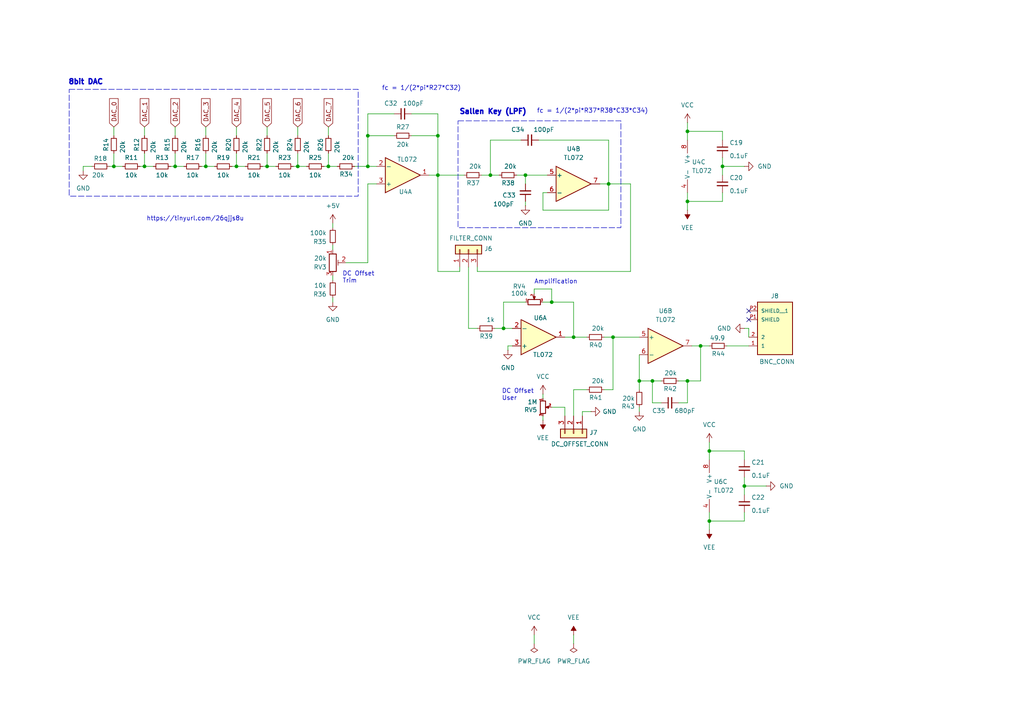
<source format=kicad_sch>
(kicad_sch (version 20231120) (generator "eeschema") (generator_version "8.0")
  (paper "A4")
  (title_block (title "Analog Output") (date "2024-04-07") (rev "1.0") (company "EngrEDU"))
  (lib_symbols
    (symbol "Amplifier_Operational:TL072" (pin_names (offset 0.127))
      (property "Reference" "U" (at 0 5.08 0))
      (property "Value" "TL072" (at 0 -5.08 0))
      (symbol "TL072_1_1"
        (polyline (pts (xy -5.08 5.08) (xy 5.08 0) (xy -5.08 -5.08) (xy -5.08 5.08)) (stroke (width 0.254)) (fill (type background)))
        (pin output line (at 7.62 0 180) (length 2.54) (name "~") (number "1"))
        (pin input line (at -7.62 -2.54 0) (length 2.54) (name "-") (number "2"))
        (pin input line (at -7.62 2.54 0) (length 2.54) (name "+") (number "3"))
      )
      (symbol "TL072_2_1"
        (polyline (pts (xy -5.08 5.08) (xy 5.08 0) (xy -5.08 -5.08) (xy -5.08 5.08)) (stroke (width 0.254)) (fill (type background)))
        (pin input line (at -7.62 2.54 0) (length 2.54) (name "+") (number "5"))
        (pin input line (at -7.62 -2.54 0) (length 2.54) (name "-") (number "6"))
        (pin output line (at 7.62 0 180) (length 2.54) (name "~") (number "7"))
      )
      (symbol "TL072_3_1"
        (pin power_in line (at -2.54 -7.62 90) (length 3.81) (name "V-") (number "4"))
        (pin power_in line (at -2.54 7.62 270) (length 3.81) (name "V+") (number "8"))
      )
    )
    (symbol "BNC_RightAngle_50ohm:1-1337543-0" (pin_names (offset 1.016))
      (property "Reference" "J" (at -5.0851 5.7208 0))
      (property "Value" "1-1337543-0" (at -5.0825 -12.705 0))
      (symbol "1-1337543-0_0_0"
        (rectangle (start -5.08 -10.16) (end 5.08 5.08) (stroke (width 0.254)) (fill (type background)))
        (pin passive line (at 7.62 2.54 180) (length 2.54) (name "1") (number "1"))
        (pin passive line (at 7.62 0 180) (length 2.54) (name "2") (number "2"))
        (pin passive line (at 7.62 -5.08 180) (length 2.54) (name "SHIELD") (number "P1"))
        (pin passive line (at 7.62 -7.62 180) (length 2.54) (name "SHIELD__1") (number "P2"))
      )
    )
    (symbol "Connector_Generic:Conn_01x03" (pin_names (offset 1.016) hide)
      (property "Reference" "J" (at 0 5.08 0))
      (property "Value" "Conn_01x03" (at 0 -5.08 0))
      (symbol "Conn_01x03_1_1"
        (rectangle (start -1.27 -2.413) (end 0 -2.667) (stroke (width 0.1524)))
        (rectangle (start -1.27 0.127) (end 0 -0.127) (stroke (width 0.1524)))
        (rectangle (start -1.27 2.667) (end 0 2.413) (stroke (width 0.1524)))
        (rectangle (start -1.27 3.81) (end 1.27 -3.81) (stroke (width 0.254)) (fill (type background)))
        (pin passive line (at -5.08 2.54 0) (length 3.81) (name "Pin_1") (number "1"))
        (pin passive line (at -5.08 0 0) (length 3.81) (name "Pin_2") (number "2"))
        (pin passive line (at -5.08 -2.54 0) (length 3.81) (name "Pin_3") (number "3"))
      )
    )
    (symbol "Device:C_Small" (pin_numbers hide) (pin_names (offset 0.254) hide)
      (property "Reference" "C" (at 0.254 1.778 0))
      (property "Value" "C_Small" (at 0.254 -2.032 0))
      (symbol "C_Small_0_1"
        (polyline (pts (xy -1.524 -0.508) (xy 1.524 -0.508)) (stroke (width 0.3302)))
        (polyline (pts (xy -1.524 0.508) (xy 1.524 0.508)) (stroke (width 0.3048)))
      )
      (symbol "C_Small_1_1"
        (pin passive line (at 0 2.54 270) (length 2.032) (name "~") (number "1"))
        (pin passive line (at 0 -2.54 90) (length 2.032) (name "~") (number "2"))
      )
    )
    (symbol "Device:R_Potentiometer_Small" (pin_names (offset 1.016) hide)
      (property "Reference" "RV" (at -4.445 0 90))
      (property "Value" "R_Potentiometer_Small" (at -2.54 0 90))
      (symbol "R_Potentiometer_Small_0_1"
        (polyline (pts (xy 0.889 0) (xy 0.635 0) (xy 1.651 0.381) (xy 1.651 -0.381) (xy 0.635 0) (xy 0.889 0)) (fill (type outline)))
        (rectangle (start 0.762 1.8034) (end -0.762 -1.8034) (stroke (width 0.254)))
      )
      (symbol "R_Potentiometer_Small_1_1"
        (pin passive line (at 0 2.54 270) (length 0.635) (name "1") (number "1"))
        (pin passive line (at 2.54 0 180) (length 0.9906) (name "2") (number "2"))
        (pin passive line (at 0 -2.54 90) (length 0.635) (name "3") (number "3"))
      )
    )
    (symbol "Device:R_Potentiometer_Trim" (pin_names (offset 1.016) hide)
      (property "Reference" "RV" (at -4.445 0 90))
      (property "Value" "R_Potentiometer_Trim" (at -2.54 0 90))
      (symbol "R_Potentiometer_Trim_0_1"
        (polyline (pts (xy 1.524 0.762) (xy 1.524 -0.762)))
        (polyline (pts (xy 2.54 0) (xy 1.524 0)))
        (rectangle (start 1.016 2.54) (end -1.016 -2.54) (stroke (width 0.254)))
      )
      (symbol "R_Potentiometer_Trim_1_1"
        (pin passive line (at 0 3.81 270) (length 1.27) (name "1") (number "1"))
        (pin passive line (at 3.81 0 180) (length 1.27) (name "2") (number "2"))
        (pin passive line (at 0 -3.81 90) (length 1.27) (name "3") (number "3"))
      )
    )
    (symbol "Device:R_Small" (pin_numbers hide) (pin_names (offset 0.254) hide)
      (property "Reference" "R" (at 0.762 0.508 0))
      (property "Value" "R_Small" (at 0.762 -1.016 0))
      (symbol "R_Small_0_1"
        (rectangle (start -0.762 1.778) (end 0.762 -1.778) (stroke (width 0.2032)))
      )
      (symbol "R_Small_1_1"
        (pin passive line (at 0 2.54 270) (length 0.762) (name "~") (number "1"))
        (pin passive line (at 0 -2.54 90) (length 0.762) (name "~") (number "2"))
      )
    )
    (symbol "power:+5V" (power) (pin_numbers hide) (pin_names (offset 0) hide)
      (property "Value" "+5V" (at 0 3.556 0))
      (symbol "+5V_0_1"
        (polyline (pts (xy -0.762 1.27) (xy 0 2.54)))
        (polyline (pts (xy 0 0) (xy 0 2.54)))
        (polyline (pts (xy 0 2.54) (xy 0.762 1.27)))
      )
      (symbol "+5V_1_1"
        (pin power_in line (at 0 0 90) (length 0) (name "~") (number "1"))
      )
    )
    (symbol "power:GND" (power) (pin_numbers hide) (pin_names (offset 0) hide)
      (property "Value" "GND" (at 0 -3.81 0))
      (symbol "GND_0_1"
        (polyline (pts (xy 0 0) (xy 0 -1.27) (xy 1.27 -1.27) (xy 0 -2.54) (xy -1.27 -1.27) (xy 0 -1.27)))
      )
      (symbol "GND_1_1"
        (pin power_in line (at 0 0 270) (length 0) (name "~") (number "1"))
      )
    )
    (symbol "power:PWR_FLAG" (power) (pin_numbers hide) (pin_names (offset 0) hide)
      (property "Value" "PWR_FLAG" (at 0 3.81 0))
      (symbol "PWR_FLAG_0_0"
        (pin power_out line (at 0 0 90) (length 0) (name "~") (number "1"))
      )
      (symbol "PWR_FLAG_0_1"
        (polyline (pts (xy 0 0) (xy 0 1.27) (xy -1.016 1.905) (xy 0 2.54) (xy 1.016 1.905) (xy 0 1.27)))
      )
    )
    (symbol "power:VCC" (power) (pin_numbers hide) (pin_names (offset 0) hide)
      (property "Value" "VCC" (at 0 3.556 0))
      (symbol "VCC_0_1"
        (polyline (pts (xy -0.762 1.27) (xy 0 2.54)))
        (polyline (pts (xy 0 0) (xy 0 2.54)))
        (polyline (pts (xy 0 2.54) (xy 0.762 1.27)))
      )
      (symbol "VCC_1_1"
        (pin power_in line (at 0 0 90) (length 0) (name "~") (number "1"))
      )
    )
    (symbol "power:VEE" (power) (pin_numbers hide) (pin_names (offset 0) hide)
      (property "Value" "VEE" (at 0 3.556 0))
      (symbol "VEE_0_1"
        (polyline (pts (xy 0 0) (xy 0 2.54)))
        (polyline (pts (xy 0.762 1.27) (xy -0.762 1.27) (xy 0 2.54) (xy 0.762 1.27)) (fill (type outline)))
      )
      (symbol "VEE_1_1"
        (pin power_in line (at 0 0 90) (length 0) (name "~") (number "1"))
      )
    )
  )
  (junction (at 50.8 48.26))
  (junction (at 33.02 48.26))
  (junction (at 127 50.8))
  (junction (at 77.47 48.26))
  (junction (at 205.74 151.13))
  (junction (at 177.8 97.79))
  (junction (at 166.37 97.79))
  (junction (at 215.9 140.97))
  (junction (at 95.25 48.26))
  (junction (at 203.2 100.33))
  (junction (at 205.74 130.81))
  (junction (at 189.23 110.49))
  (junction (at 68.58 48.26))
  (junction (at 127 39.37))
  (junction (at 59.69 48.26))
  (junction (at 106.68 48.26))
  (junction (at 160.02 87.63))
  (junction (at 41.91 48.26))
  (junction (at 86.36 48.26))
  (junction (at 199.39 110.49))
  (junction (at 209.55 48.26))
  (junction (at 142.24 50.8))
  (junction (at 185.42 110.49))
  (junction (at 199.39 58.42))
  (junction (at 106.68 39.37))
  (junction (at 199.39 38.1))
  (junction (at 152.4 50.8))
  (junction (at 146.05 95.25))
  (junction (at 176.53 53.34))
  (no_connect (at 217.17 90.17))
  (no_connect (at 217.17 92.71))
  (wire (pts (xy 185.42 118.11) (xy 185.42 119.38)))
  (wire (pts (xy 175.26 97.79) (xy 177.8 97.79)))
  (wire (pts (xy 199.39 38.1) (xy 209.55 38.1)))
  (wire (pts (xy 217.17 97.79) (xy 217.17 95.25)))
  (wire (pts (xy 59.69 44.45) (xy 59.69 48.26)))
  (wire (pts (xy 215.9 151.13) (xy 205.74 151.13)))
  (wire (pts (xy 127 39.37) (xy 127 50.8)))
  (wire (pts (xy 185.42 102.87) (xy 185.42 110.49)))
  (wire (pts (xy 175.26 113.03) (xy 177.8 113.03)))
  (wire (pts (xy 160.02 87.63) (xy 166.37 87.63)))
  (wire (pts (xy 185.42 110.49) (xy 185.42 113.03)))
  (wire (pts (xy 209.55 48.26) (xy 209.55 50.8)))
  (wire (pts (xy 68.58 36.83) (xy 68.58 39.37)))
  (wire (pts (xy 149.86 50.8) (xy 152.4 50.8)))
  (wire (pts (xy 177.8 113.03) (xy 177.8 97.79)))
  (wire (pts (xy 160.02 83.82) (xy 160.02 87.63)))
  (wire (pts (xy 166.37 120.65) (xy 166.37 113.03)))
  (wire (pts (xy 147.32 100.33) (xy 147.32 101.6)))
  (wire (pts (xy 135.89 95.25) (xy 138.43 95.25)))
  (wire (pts (xy 205.74 128.27) (xy 205.74 130.81)))
  (wire (pts (xy 31.75 48.26) (xy 33.02 48.26)))
  (wire (pts (xy 151.13 40.64) (xy 142.24 40.64)))
  (wire (pts (xy 157.48 60.96) (xy 176.53 60.96)))
  (wire (pts (xy 163.83 118.11) (xy 163.83 120.65)))
  (wire (pts (xy 176.53 53.34) (xy 176.53 60.96)))
  (wire (pts (xy 166.37 113.03) (xy 170.18 113.03)))
  (wire (pts (xy 166.37 97.79) (xy 163.83 97.79)))
  (wire (pts (xy 209.55 38.1) (xy 209.55 40.64)))
  (wire (pts (xy 166.37 97.79) (xy 170.18 97.79)))
  (wire (pts (xy 148.59 100.33) (xy 147.32 100.33)))
  (wire (pts (xy 127 50.8) (xy 134.62 50.8)))
  (wire (pts (xy 182.88 78.74) (xy 182.88 53.34)))
  (wire (pts (xy 95.25 36.83) (xy 95.25 39.37)))
  (wire (pts (xy 67.31 48.26) (xy 68.58 48.26)))
  (wire (pts (xy 114.3 33.02) (xy 106.68 33.02)))
  (wire (pts (xy 199.39 58.42) (xy 199.39 60.96)))
  (wire (pts (xy 138.43 77.47) (xy 138.43 78.74)))
  (wire (pts (xy 77.47 44.45) (xy 77.47 48.26)))
  (wire (pts (xy 41.91 36.83) (xy 41.91 39.37)))
  (wire (pts (xy 157.48 114.3) (xy 157.48 115.57)))
  (wire (pts (xy 133.35 77.47) (xy 133.35 78.74)))
  (wire (pts (xy 86.36 48.26) (xy 88.9 48.26)))
  (wire (pts (xy 215.9 133.35) (xy 215.9 130.81)))
  (wire (pts (xy 127 78.74) (xy 127 50.8)))
  (wire (pts (xy 106.68 76.2) (xy 106.68 53.34)))
  (wire (pts (xy 138.43 78.74) (xy 182.88 78.74)))
  (wire (pts (xy 203.2 110.49) (xy 203.2 100.33)))
  (wire (pts (xy 152.4 50.8) (xy 158.75 50.8)))
  (wire (pts (xy 33.02 36.83) (xy 33.02 39.37)))
  (wire (pts (xy 199.39 116.84) (xy 199.39 110.49)))
  (wire (pts (xy 222.25 140.97) (xy 215.9 140.97)))
  (wire (pts (xy 203.2 100.33) (xy 205.74 100.33)))
  (wire (pts (xy 171.45 119.38) (xy 168.91 119.38)))
  (wire (pts (xy 210.82 100.33) (xy 217.17 100.33)))
  (wire (pts (xy 196.85 116.84) (xy 199.39 116.84)))
  (wire (pts (xy 96.52 86.36) (xy 96.52 87.63)))
  (wire (pts (xy 182.88 53.34) (xy 176.53 53.34)))
  (wire (pts (xy 152.4 50.8) (xy 152.4 53.34)))
  (wire (pts (xy 40.64 48.26) (xy 41.91 48.26)))
  (wire (pts (xy 146.05 95.25) (xy 148.59 95.25)))
  (wire (pts (xy 133.35 78.74) (xy 127 78.74)))
  (wire (pts (xy 50.8 36.83) (xy 50.8 39.37)))
  (wire (pts (xy 217.17 95.25) (xy 215.9 95.25)))
  (wire (pts (xy 142.24 40.64) (xy 142.24 50.8)))
  (wire (pts (xy 215.9 140.97) (xy 215.9 138.43)))
  (wire (pts (xy 189.23 110.49) (xy 191.77 110.49)))
  (wire (pts (xy 156.21 40.64) (xy 176.53 40.64)))
  (wire (pts (xy 173.99 53.34) (xy 176.53 53.34)))
  (wire (pts (xy 152.4 87.63) (xy 146.05 87.63)))
  (wire (pts (xy 205.74 130.81) (xy 205.74 133.35)))
  (wire (pts (xy 196.85 110.49) (xy 199.39 110.49)))
  (wire (pts (xy 158.75 55.88) (xy 157.48 55.88)))
  (wire (pts (xy 96.52 71.12) (xy 96.52 72.39)))
  (wire (pts (xy 68.58 48.26) (xy 71.12 48.26)))
  (wire (pts (xy 86.36 36.83) (xy 86.36 39.37)))
  (wire (pts (xy 152.4 58.42) (xy 152.4 59.69)))
  (wire (pts (xy 199.39 40.64) (xy 199.39 38.1)))
  (wire (pts (xy 135.89 77.47) (xy 135.89 95.25)))
  (wire (pts (xy 215.9 140.97) (xy 215.9 143.51)))
  (wire (pts (xy 77.47 48.26) (xy 80.01 48.26)))
  (wire (pts (xy 85.09 48.26) (xy 86.36 48.26)))
  (wire (pts (xy 106.68 48.26) (xy 109.22 48.26)))
  (wire (pts (xy 177.8 97.79) (xy 185.42 97.79)))
  (wire (pts (xy 157.48 120.65) (xy 157.48 121.92)))
  (wire (pts (xy 93.98 48.26) (xy 95.25 48.26)))
  (wire (pts (xy 168.91 119.38) (xy 168.91 120.65)))
  (wire (pts (xy 176.53 40.64) (xy 176.53 53.34)))
  (wire (pts (xy 96.52 64.77) (xy 96.52 66.04)))
  (wire (pts (xy 86.36 44.45) (xy 86.36 48.26)))
  (wire (pts (xy 50.8 44.45) (xy 50.8 48.26)))
  (wire (pts (xy 209.55 48.26) (xy 209.55 45.72)))
  (wire (pts (xy 199.39 110.49) (xy 203.2 110.49)))
  (wire (pts (xy 119.38 39.37) (xy 127 39.37)))
  (wire (pts (xy 95.25 44.45) (xy 95.25 48.26)))
  (wire (pts (xy 100.33 76.2) (xy 106.68 76.2)))
  (wire (pts (xy 146.05 87.63) (xy 146.05 95.25)))
  (wire (pts (xy 157.48 87.63) (xy 160.02 87.63)))
  (wire (pts (xy 166.37 87.63) (xy 166.37 97.79)))
  (wire (pts (xy 33.02 44.45) (xy 33.02 48.26)))
  (wire (pts (xy 49.53 48.26) (xy 50.8 48.26)))
  (wire (pts (xy 102.87 48.26) (xy 106.68 48.26)))
  (wire (pts (xy 189.23 116.84) (xy 189.23 110.49)))
  (wire (pts (xy 205.74 151.13) (xy 205.74 153.67)))
  (wire (pts (xy 106.68 33.02) (xy 106.68 39.37)))
  (wire (pts (xy 139.7 50.8) (xy 142.24 50.8)))
  (wire (pts (xy 106.68 39.37) (xy 106.68 48.26)))
  (wire (pts (xy 215.9 48.26) (xy 209.55 48.26)))
  (wire (pts (xy 209.55 55.88) (xy 209.55 58.42)))
  (wire (pts (xy 114.3 39.37) (xy 106.68 39.37)))
  (wire (pts (xy 215.9 130.81) (xy 205.74 130.81)))
  (wire (pts (xy 143.51 95.25) (xy 146.05 95.25)))
  (wire (pts (xy 203.2 100.33) (xy 200.66 100.33)))
  (wire (pts (xy 119.38 33.02) (xy 127 33.02)))
  (wire (pts (xy 160.02 118.11) (xy 163.83 118.11)))
  (wire (pts (xy 58.42 48.26) (xy 59.69 48.26)))
  (wire (pts (xy 50.8 48.26) (xy 53.34 48.26)))
  (wire (pts (xy 215.9 148.59) (xy 215.9 151.13)))
  (wire (pts (xy 199.39 35.56) (xy 199.39 38.1)))
  (wire (pts (xy 41.91 44.45) (xy 41.91 48.26)))
  (wire (pts (xy 199.39 55.88) (xy 199.39 58.42)))
  (wire (pts (xy 199.39 58.42) (xy 209.55 58.42)))
  (wire (pts (xy 205.74 148.59) (xy 205.74 151.13)))
  (wire (pts (xy 95.25 48.26) (xy 97.79 48.26)))
  (wire (pts (xy 41.91 48.26) (xy 44.45 48.26)))
  (wire (pts (xy 77.47 36.83) (xy 77.47 39.37)))
  (wire (pts (xy 76.2 48.26) (xy 77.47 48.26)))
  (wire (pts (xy 33.02 48.26) (xy 35.56 48.26)))
  (wire (pts (xy 157.48 55.88) (xy 157.48 60.96)))
  (wire (pts (xy 59.69 48.26) (xy 62.23 48.26)))
  (wire (pts (xy 154.94 83.82) (xy 160.02 83.82)))
  (wire (pts (xy 142.24 50.8) (xy 144.78 50.8)))
  (wire (pts (xy 166.37 184.15) (xy 166.37 186.69)))
  (wire (pts (xy 185.42 110.49) (xy 189.23 110.49)))
  (wire (pts (xy 24.13 48.26) (xy 26.67 48.26)))
  (wire (pts (xy 154.94 85.09) (xy 154.94 83.82)))
  (wire (pts (xy 154.94 184.15) (xy 154.94 186.69)))
  (wire (pts (xy 59.69 36.83) (xy 59.69 39.37)))
  (wire (pts (xy 127 50.8) (xy 124.46 50.8)))
  (wire (pts (xy 106.68 53.34) (xy 109.22 53.34)))
  (wire (pts (xy 127 33.02) (xy 127 39.37)))
  (wire (pts (xy 191.77 116.84) (xy 189.23 116.84)))
  (wire (pts (xy 24.13 49.53) (xy 24.13 48.26)))
  (wire (pts (xy 68.58 44.45) (xy 68.58 48.26)))
  (wire (pts (xy 96.52 80.01) (xy 96.52 81.28)))
  (rectangle (start 20.066 25.908) (end 103.886 56.896) (stroke (width 0) (type dash)))
  (rectangle (start 132.842 35.052) (end 180.086 66.04) (stroke (width 0) (type dash)))
  (text "8bit DAC" (at 24.892 23.876 0) (effects (font (size 1.5 1.5) (thickness 0.4) (bold yes))))
  (text "Sallen Key (LPF)" (at 143.002 32.512 0) (effects (font (size 1.5 1.5) (thickness 0.4) (bold yes))))
  (text "https://tinyurl.com/26qjjs8u" (at 56.642 63.5 0) (effects (font (size 1.27 1.27))))
  (text "DC Offset \nUser" (at 145.542 114.554 0) (effects (font (size 1.27 1.27)) (justify left)))
  (text "fc = 1/(2*pi*R27*C32)" (at 110.744 25.654 0) (effects (font (size 1.27 1.27)) (justify left)))
  (text "DC Offset \nTrim" (at 99.314 80.518 0) (effects (font (size 1.27 1.27)) (justify left)))
  (text "fc = 1/(2*pi*R37*R38*C33*C34)" (at 155.702 32.258 0) (effects (font (size 1.27 1.27)) (justify left)))
  (text "Amplification\n" (at 154.94 81.788 0) (effects (font (size 1.27 1.27)) (justify left)))
  (global_label "DAC_6" (shape input) (at 86.36 36.83 90) (property "Intersheetrefs" "${INTERSHEET_REFS}" (effects (hide yes))))
  (global_label "DAC_3" (shape input) (at 59.69 36.83 90) (property "Intersheetrefs" "${INTERSHEET_REFS}" (effects (hide yes))))
  (global_label "DAC_2" (shape input) (at 50.8 36.83 90) (property "Intersheetrefs" "${INTERSHEET_REFS}" (effects (hide yes))))
  (global_label "DAC_4" (shape input) (at 68.58 36.83 90) (property "Intersheetrefs" "${INTERSHEET_REFS}" (effects (hide yes))))
  (global_label "DAC_0" (shape input) (at 33.02 36.83 90) (property "Intersheetrefs" "${INTERSHEET_REFS}" (effects (hide yes))))
  (global_label "DAC_1" (shape input) (at 41.91 36.83 90) (property "Intersheetrefs" "${INTERSHEET_REFS}" (effects (hide yes))))
  (global_label "DAC_7" (shape input) (at 95.25 36.83 90) (property "Intersheetrefs" "${INTERSHEET_REFS}" (effects (hide yes))))
  (global_label "DAC_5" (shape input) (at 77.47 36.83 90) (property "Intersheetrefs" "${INTERSHEET_REFS}" (effects (hide yes))))
  (symbol (lib_id "Device:R_Potentiometer_Small") (at 154.94 87.63 90) (unit 1)
    (property "Reference" "RV4" (at 150.622 83.058 90))
    (property "Value" "100k" (at 150.622 85.09 90))
    (property "Footprint" "Potentiometer_THT:Potentiometer_Alps_RK09K_Single_Vertical" (effects (hide yes)))
    (property "Description" "Potentiometer" (effects (hide yes)))
  )
  (symbol (lib_id "Amplifier_Operational:TL072") (at 193.04 100.33 0) (unit 2)
    (property "Reference" "U6" (at 193.04 90.17 0))
    (property "Value" "TL072" (at 193.04 92.71 0))
    (property "Footprint" "Package_SO:SOIC-8_3.9x4.9mm_P1.27mm" (effects (hide yes)))
    (property "Datasheet" "http://www.ti.com/lit/ds/symlink/tl071.pdf" (effects (hide yes)))
    (property "Description" "Dual Low-Noise JFET-Input Operational Amplifiers, DIP-8/SOIC-8" (effects (hide yes)))
    (property "Mouser" "https://www.mouser.com/ProductDetail/Texas-Instruments/TL072HIDR?qs=aP1CjGhiNiHyZHNBkxIRdA%3D%3D" (effects (hide yes)))
  )
  (symbol (lib_id "Device:R_Small") (at 38.1 48.26 90) (unit 1)
    (property "Reference" "R11" (at 38.1 45.72 90))
    (property "Value" "10k" (at 38.1 50.8 90))
    (property "Footprint" "Resistor_SMD:R_0805_2012Metric_Pad1.20x1.40mm_HandSolder" (effects (hide yes)))
    (property "Description" "Resistor, small symbol" (effects (hide yes)))
    (property "Mouser" "https://www.mouser.com/ProductDetail/279-CPF0805B10KE1" (effects (hide yes)))
  )
  (symbol (lib_id "Device:R_Small") (at 91.44 48.26 270) (mirror x) (unit 1)
    (property "Reference" "R25" (at 91.44 45.72 90))
    (property "Value" "10k" (at 91.44 50.8 90))
    (property "Footprint" "Resistor_SMD:R_0805_2012Metric_Pad1.20x1.40mm_HandSolder" (effects (hide yes)))
    (property "Description" "Resistor, small symbol" (effects (hide yes)))
    (property "Mouser" "https://www.mouser.com/ProductDetail/279-CPF0805B10KE1" (effects (hide yes)))
  )
  (symbol (lib_id "Amplifier_Operational:TL072") (at 116.84 50.8 0) (mirror x) (unit 1)
    (property "Reference" "U4" (at 117.602 55.626 0))
    (property "Value" "TL072" (at 118.11 46.228 0))
    (property "Footprint" "Package_SO:SOIC-8_3.9x4.9mm_P1.27mm" (effects (hide yes)))
    (property "Datasheet" "http://www.ti.com/lit/ds/symlink/tl071.pdf" (effects (hide yes)))
    (property "Description" "Dual Low-Noise JFET-Input Operational Amplifiers, DIP-8/SOIC-8" (effects (hide yes)))
    (property "Mouser" "https://www.mouser.com/ProductDetail/Texas-Instruments/TL072HIDR?qs=aP1CjGhiNiHyZHNBkxIRdA%3D%3D" (effects (hide yes)))
  )
  (symbol (lib_id "Device:C_Small") (at 194.31 116.84 90) (unit 1)
    (property "Reference" "C35" (at 193.04 119.126 90) (effects (justify left)))
    (property "Value" "680pF" (at 201.676 119.126 90) (effects (justify left)))
    (property "Footprint" "Capacitor_SMD:C_0805_2012Metric_Pad1.18x1.45mm_HandSolder" (effects (hide yes)))
    (property "Description" "Unpolarized capacitor, small symbol" (effects (hide yes)))
  )
  (symbol (lib_id "power:VCC") (at 199.39 35.56 0) (unit 1)
    (property "Reference" "#PWR054" (effects (hide yes)))
    (property "Value" "VCC" (at 199.39 30.48 0))
    (property "Description" "Power symbol creates a global label with name \"VCC\"" (effects (hide yes)))
  )
  (symbol (lib_id "Device:R_Small") (at 185.42 115.57 0) (unit 1)
    (property "Reference" "R43" (at 184.15 117.856 0) (effects (justify right)))
    (property "Value" "20k" (at 184.15 115.57 0) (effects (justify right)))
    (property "Footprint" "Resistor_SMD:R_0805_2012Metric_Pad1.20x1.40mm_HandSolder" (effects (hide yes)))
    (property "Description" "Resistor, small symbol" (effects (hide yes)))
    (property "Mouser" "https://www.mouser.com/ProductDetail/594-MCU08050C2002FP5" (effects (hide yes)))
  )
  (symbol (lib_id "Device:C_Small") (at 209.55 43.18 0) (unit 1)
    (property "Reference" "C19" (at 211.582 41.402 0) (effects (justify left)))
    (property "Value" "0.1uF" (at 211.582 45.212 0) (effects (justify left)))
    (property "Footprint" "Capacitor_SMD:C_0805_2012Metric_Pad1.18x1.45mm_HandSolder" (effects (hide yes)))
    (property "Description" "Unpolarized capacitor, small symbol" (effects (hide yes)))
    (property "Mouser" "https://www.mouser.com/ProductDetail/KEMET/C0805C104K4JACAUTO?qs=sGAEpiMZZMukHu%252BjC5l7YcDEhfSOZOpN7J4S%2FUXKmJA%3D" (effects (hide yes)))
  )
  (symbol (lib_id "Device:R_Small") (at 172.72 113.03 270) (unit 1)
    (property "Reference" "R41" (at 174.752 115.316 90) (effects (justify right)))
    (property "Value" "20k" (at 175.26 110.49 90) (effects (justify right)))
    (property "Footprint" "Resistor_SMD:R_0805_2012Metric_Pad1.20x1.40mm_HandSolder" (effects (hide yes)))
    (property "Description" "Resistor, small symbol" (effects (hide yes)))
    (property "Mouser" "https://www.mouser.com/ProductDetail/594-MCU08050C2002FP5" (effects (hide yes)))
  )
  (symbol (lib_id "power:GND") (at 152.4 59.69 0) (unit 1)
    (property "Reference" "#PWR077" (effects (hide yes)))
    (property "Value" "GND" (at 152.4 64.77 0))
    (property "Description" "Power symbol creates a global label with name \"GND\" , ground" (effects (hide yes)))
  )
  (symbol (lib_id "Device:R_Small") (at 208.28 100.33 270) (unit 1)
    (property "Reference" "R44" (at 210.312 102.616 90) (effects (justify right)))
    (property "Value" "49.9" (at 210.312 98.044 90) (effects (justify right)))
    (property "Footprint" "Resistor_SMD:R_0805_2012Metric_Pad1.20x1.40mm_HandSolder" (effects (hide yes)))
    (property "Description" "Resistor, small symbol" (effects (hide yes)))
    (property "Mouser" "https://www.mouser.com/ProductDetail/71-CRCW080549R9FKEAH" (effects (hide yes)))
  )
  (symbol (lib_id "Amplifier_Operational:TL072") (at 208.28 140.97 0) (unit 3)
    (property "Reference" "U6" (at 207.01 139.6999 0) (effects (justify left)))
    (property "Value" "TL072" (at 207.01 142.2399 0) (effects (justify left)))
    (property "Footprint" "Package_SO:SOIC-8_3.9x4.9mm_P1.27mm" (effects (hide yes)))
    (property "Datasheet" "http://www.ti.com/lit/ds/symlink/tl071.pdf" (effects (hide yes)))
    (property "Description" "Dual Low-Noise JFET-Input Operational Amplifiers, DIP-8/SOIC-8" (effects (hide yes)))
    (property "Mouser" "https://www.mouser.com/ProductDetail/Texas-Instruments/TL072HIDR?qs=aP1CjGhiNiHyZHNBkxIRdA%3D%3D" (effects (hide yes)))
  )
  (symbol (lib_id "Device:C_Small") (at 215.9 135.89 0) (unit 1)
    (property "Reference" "C21" (at 217.932 134.112 0) (effects (justify left)))
    (property "Value" "0.1uF" (at 217.932 137.922 0) (effects (justify left)))
    (property "Footprint" "Capacitor_SMD:C_0805_2012Metric_Pad1.18x1.45mm_HandSolder" (effects (hide yes)))
    (property "Description" "Unpolarized capacitor, small symbol" (effects (hide yes)))
    (property "Mouser" "https://www.mouser.com/ProductDetail/KEMET/C0805C104K4JACAUTO?qs=sGAEpiMZZMukHu%252BjC5l7YcDEhfSOZOpN7J4S%2FUXKmJA%3D" (effects (hide yes)))
  )
  (symbol (lib_id "power:VCC") (at 157.48 114.3 0) (unit 1)
    (property "Reference" "#PWR081" (effects (hide yes)))
    (property "Value" "VCC" (at 157.48 109.22 0))
    (property "Description" "Power symbol creates a global label with name \"VCC\"" (effects (hide yes)))
  )
  (symbol (lib_id "power:GND") (at 147.32 101.6 0) (unit 1)
    (property "Reference" "#PWR078" (effects (hide yes)))
    (property "Value" "GND" (at 147.32 106.68 0))
    (property "Description" "Power symbol creates a global label with name \"GND\" , ground" (effects (hide yes)))
  )
  (symbol (lib_id "Amplifier_Operational:TL072") (at 156.21 97.79 0) (mirror x) (unit 1)
    (property "Reference" "U6" (at 156.718 92.202 0))
    (property "Value" "TL072" (at 157.48 102.87 0))
    (property "Footprint" "Package_SO:SOIC-8_3.9x4.9mm_P1.27mm" (effects (hide yes)))
    (property "Datasheet" "http://www.ti.com/lit/ds/symlink/tl071.pdf" (effects (hide yes)))
    (property "Description" "Dual Low-Noise JFET-Input Operational Amplifiers, DIP-8/SOIC-8" (effects (hide yes)))
    (property "Mouser" "https://www.mouser.com/ProductDetail/Texas-Instruments/TL072HIDR?qs=aP1CjGhiNiHyZHNBkxIRdA%3D%3D" (effects (hide yes)))
  )
  (symbol (lib_id "Device:R_Small") (at 46.99 48.26 90) (unit 1)
    (property "Reference" "R13" (at 46.99 45.72 90))
    (property "Value" "10k" (at 46.99 50.8 90))
    (property "Footprint" "Resistor_SMD:R_0805_2012Metric_Pad1.20x1.40mm_HandSolder" (effects (hide yes)))
    (property "Description" "Resistor, small symbol" (effects (hide yes)))
    (property "Mouser" "https://www.mouser.com/ProductDetail/279-CPF0805B10KE1" (effects (hide yes)))
  )
  (symbol (lib_id "Device:R_Small") (at 41.91 41.91 180) (unit 1)
    (property "Reference" "R12" (at 39.624 43.942 90) (effects (justify right)))
    (property "Value" "20k" (at 44.45 44.45 90) (effects (justify right)))
    (property "Footprint" "Resistor_SMD:R_0805_2012Metric_Pad1.20x1.40mm_HandSolder" (effects (hide yes)))
    (property "Description" "Resistor, small symbol" (effects (hide yes)))
    (property "Mouser" "https://www.mouser.com/ProductDetail/594-MCU08050C2002FP5" (effects (hide yes)))
  )
  (symbol (lib_id "power:GND") (at 171.45 119.38 90) (unit 1)
    (property "Reference" "#PWR080" (effects (hide yes)))
    (property "Value" "GND" (at 174.752 119.38 90) (effects (justify right)))
    (property "Description" "Power symbol creates a global label with name \"GND\" , ground" (effects (hide yes)))
  )
  (symbol (lib_id "Device:R_Small") (at 172.72 97.79 270) (unit 1)
    (property "Reference" "R40" (at 174.752 100.076 90) (effects (justify right)))
    (property "Value" "20k" (at 175.26 95.25 90) (effects (justify right)))
    (property "Footprint" "Resistor_SMD:R_0805_2012Metric_Pad1.20x1.40mm_HandSolder" (effects (hide yes)))
    (property "Description" "Resistor, small symbol" (effects (hide yes)))
    (property "Mouser" "https://www.mouser.com/ProductDetail/594-MCU08050C2002FP5" (effects (hide yes)))
  )
  (symbol (lib_id "Device:R_Small") (at 59.69 41.91 180) (unit 1)
    (property "Reference" "R16" (at 57.404 43.942 90) (effects (justify right)))
    (property "Value" "20k" (at 62.23 44.45 90) (effects (justify right)))
    (property "Footprint" "Resistor_SMD:R_0805_2012Metric_Pad1.20x1.40mm_HandSolder" (effects (hide yes)))
    (property "Description" "Resistor, small symbol" (effects (hide yes)))
    (property "Mouser" "https://www.mouser.com/ProductDetail/594-MCU08050C2002FP5" (effects (hide yes)))
  )
  (symbol (lib_id "power:VEE") (at 157.48 121.92 180) (unit 1)
    (property "Reference" "#PWR082" (effects (hide yes)))
    (property "Value" "VEE" (at 157.48 127 0))
    (property "Description" "Power symbol creates a global label with name \"VEE\"" (effects (hide yes)))
  )
  (symbol (lib_id "power:VCC") (at 154.94 184.15 0) (unit 1)
    (property "Reference" "#PWR084" (effects (hide yes)))
    (property "Value" "VCC" (at 154.94 179.07 0))
    (property "Description" "Power symbol creates a global label with name \"VCC\"" (effects (hide yes)))
  )
  (symbol (lib_id "Device:R_Small") (at 147.32 50.8 270) (unit 1)
    (property "Reference" "R38" (at 149.352 53.086 90) (effects (justify right)))
    (property "Value" "20k" (at 149.86 48.26 90) (effects (justify right)))
    (property "Footprint" "Resistor_SMD:R_0805_2012Metric_Pad1.20x1.40mm_HandSolder" (effects (hide yes)))
    (property "Description" "Resistor, small symbol" (effects (hide yes)))
    (property "Mouser" "https://www.mouser.com/ProductDetail/YAGEO/RP0805BRD072KL?qs=Y0Uzf4wQF3nVyEhEwrgYLQ%3D%3D" (effects (hide yes)))
  )
  (symbol (lib_id "power:VEE") (at 205.74 153.67 180) (unit 1)
    (property "Reference" "#PWR057" (effects (hide yes)))
    (property "Value" "VEE" (at 205.74 158.75 0))
    (property "Description" "Power symbol creates a global label with name \"VEE\"" (effects (hide yes)))
  )
  (symbol (lib_id "Connector_Generic:Conn_01x03") (at 135.89 72.39 90) (unit 1)
    (property "Reference" "J6" (at 140.462 72.136 90) (effects (justify right)))
    (property "Value" "FILTER_CONN" (at 130.302 69.088 90) (effects (justify right)))
    (property "Footprint" "Connector_PinSocket_2.54mm:PinSocket_1x03_P2.54mm_Vertical" (effects (hide yes)))
    (property "Description" "Generic connector, single row, 01x03, script generated (kicad-library-utils/schlib/autogen/connector/)" (effects (hide yes)))
  )
  (symbol (lib_id "power:GND") (at 222.25 140.97 90) (unit 1)
    (property "Reference" "#PWR058" (effects (hide yes)))
    (property "Value" "GND" (at 226.06 140.9699 90) (effects (justify right)))
    (property "Description" "Power symbol creates a global label with name \"GND\" , ground" (effects (hide yes)))
  )
  (symbol (lib_id "power:GND") (at 96.52 87.63 0) (unit 1)
    (property "Reference" "#PWR076" (effects (hide yes)))
    (property "Value" "GND" (at 96.52 92.71 0))
    (property "Description" "Power symbol creates a global label with name \"GND\" , ground" (effects (hide yes)))
  )
  (symbol (lib_id "Device:R_Small") (at 55.88 48.26 90) (unit 1)
    (property "Reference" "R17" (at 55.88 45.72 90))
    (property "Value" "10k" (at 55.88 50.8 90))
    (property "Footprint" "Resistor_SMD:R_0805_2012Metric_Pad1.20x1.40mm_HandSolder" (effects (hide yes)))
    (property "Description" "Resistor, small symbol" (effects (hide yes)))
    (property "Mouser" "https://www.mouser.com/ProductDetail/279-CPF0805B10KE1" (effects (hide yes)))
  )
  (symbol (lib_id "power:GND") (at 215.9 48.26 90) (unit 1)
    (property "Reference" "#PWR053" (effects (hide yes)))
    (property "Value" "GND" (at 219.71 48.2599 90) (effects (justify right)))
    (property "Description" "Power symbol creates a global label with name \"GND\" , ground" (effects (hide yes)))
  )
  (symbol (lib_id "Device:R_Small") (at 100.33 48.26 270) (unit 1)
    (property "Reference" "R34" (at 102.362 50.546 90) (effects (justify right)))
    (property "Value" "20k" (at 102.87 45.72 90) (effects (justify right)))
    (property "Footprint" "Resistor_SMD:R_0805_2012Metric_Pad1.20x1.40mm_HandSolder" (effects (hide yes)))
    (property "Description" "Resistor, small symbol" (effects (hide yes)))
    (property "Mouser" "https://www.mouser.com/ProductDetail/594-MCU08050C2002FP5" (effects (hide yes)))
  )
  (symbol (lib_id "Device:C_Small") (at 116.84 33.02 90) (unit 1)
    (property "Reference" "C32" (at 115.316 29.972 90) (effects (justify left)))
    (property "Value" "100pF" (at 122.936 29.972 90) (effects (justify left)))
    (property "Footprint" "Capacitor_SMD:C_0805_2012Metric_Pad1.18x1.45mm_HandSolder" (effects (hide yes)))
    (property "Description" "Unpolarized capacitor, small symbol" (effects (hide yes)))
  )
  (symbol (lib_id "Device:R_Small") (at 29.21 48.26 90) (unit 1)
    (property "Reference" "R18" (at 27.178 45.974 90) (effects (justify right)))
    (property "Value" "20k" (at 26.67 50.8 90) (effects (justify right)))
    (property "Footprint" "Resistor_SMD:R_0805_2012Metric_Pad1.20x1.40mm_HandSolder" (effects (hide yes)))
    (property "Description" "Resistor, small symbol" (effects (hide yes)))
    (property "Mouser" "https://www.mouser.com/ProductDetail/594-MCU08050C2002FP5" (effects (hide yes)))
  )
  (symbol (lib_id "Amplifier_Operational:TL072") (at 166.37 53.34 0) (unit 2)
    (property "Reference" "U4" (at 166.37 43.18 0))
    (property "Value" "TL072" (at 166.37 45.72 0))
    (property "Footprint" "Package_SO:SOIC-8_3.9x4.9mm_P1.27mm" (effects (hide yes)))
    (property "Datasheet" "http://www.ti.com/lit/ds/symlink/tl071.pdf" (effects (hide yes)))
    (property "Description" "Dual Low-Noise JFET-Input Operational Amplifiers, DIP-8/SOIC-8" (effects (hide yes)))
    (property "Mouser" "https://www.mouser.com/ProductDetail/Texas-Instruments/TL072HIDR?qs=aP1CjGhiNiHyZHNBkxIRdA%3D%3D" (effects (hide yes)))
  )
  (symbol (lib_id "Device:R_Small") (at 82.55 48.26 90) (unit 1)
    (property "Reference" "R23" (at 82.55 45.72 90))
    (property "Value" "10k" (at 82.55 50.8 90))
    (property "Footprint" "Resistor_SMD:R_0805_2012Metric_Pad1.20x1.40mm_HandSolder" (effects (hide yes)))
    (property "Description" "Resistor, small symbol" (effects (hide yes)))
    (property "Mouser" "https://www.mouser.com/ProductDetail/279-CPF0805B10KE1" (effects (hide yes)))
  )
  (symbol (lib_id "Device:R_Small") (at 95.25 41.91 180) (unit 1)
    (property "Reference" "R26" (at 92.964 43.942 90) (effects (justify right)))
    (property "Value" "20k" (at 97.79 44.45 90) (effects (justify right)))
    (property "Footprint" "Resistor_SMD:R_0805_2012Metric_Pad1.20x1.40mm_HandSolder" (effects (hide yes)))
    (property "Description" "Resistor, small symbol" (effects (hide yes)))
    (property "Mouser" "https://www.mouser.com/ProductDetail/594-MCU08050C2002FP5" (effects (hide yes)))
  )
  (symbol (lib_id "Device:R_Small") (at 96.52 83.82 0) (unit 1)
    (property "Reference" "R36" (at 94.742 85.344 0) (effects (justify right)))
    (property "Value" "10k" (at 94.742 82.804 0) (effects (justify right)))
    (property "Footprint" "Resistor_SMD:R_0805_2012Metric_Pad1.20x1.40mm_HandSolder" (effects (hide yes)))
    (property "Description" "Resistor, small symbol" (effects (hide yes)))
  )
  (symbol (lib_id "Device:C_Small") (at 215.9 146.05 0) (unit 1)
    (property "Reference" "C22" (at 217.932 144.272 0) (effects (justify left)))
    (property "Value" "0.1uF" (at 217.932 148.082 0) (effects (justify left)))
    (property "Footprint" "Capacitor_SMD:C_0805_2012Metric_Pad1.18x1.45mm_HandSolder" (effects (hide yes)))
    (property "Description" "Unpolarized capacitor, small symbol" (effects (hide yes)))
    (property "Mouser" "https://www.mouser.com/ProductDetail/KEMET/C0805C104K4JACAUTO?qs=sGAEpiMZZMukHu%252BjC5l7YcDEhfSOZOpN7J4S%2FUXKmJA%3D" (effects (hide yes)))
  )
  (symbol (lib_id "power:VCC") (at 205.74 128.27 0) (unit 1)
    (property "Reference" "#PWR056" (effects (hide yes)))
    (property "Value" "VCC" (at 205.74 123.19 0))
    (property "Description" "Power symbol creates a global label with name \"VCC\"" (effects (hide yes)))
  )
  (symbol (lib_id "Device:R_Small") (at 73.66 48.26 90) (unit 1)
    (property "Reference" "R21" (at 73.66 45.72 90))
    (property "Value" "10k" (at 73.66 50.8 90))
    (property "Footprint" "Resistor_SMD:R_0805_2012Metric_Pad1.20x1.40mm_HandSolder" (effects (hide yes)))
    (property "Description" "Resistor, small symbol" (effects (hide yes)))
    (property "Mouser" "https://www.mouser.com/ProductDetail/279-CPF0805B10KE1" (effects (hide yes)))
  )
  (symbol (lib_id "Device:R_Small") (at 68.58 41.91 180) (unit 1)
    (property "Reference" "R20" (at 66.294 43.942 90) (effects (justify right)))
    (property "Value" "20k" (at 71.12 44.45 90) (effects (justify right)))
    (property "Footprint" "Resistor_SMD:R_0805_2012Metric_Pad1.20x1.40mm_HandSolder" (effects (hide yes)))
    (property "Description" "Resistor, small symbol" (effects (hide yes)))
    (property "Mouser" "https://www.mouser.com/ProductDetail/594-MCU08050C2002FP5" (effects (hide yes)))
  )
  (symbol (lib_id "Device:R_Potentiometer_Trim") (at 96.52 76.2 0) (unit 1)
    (property "Reference" "RV3" (at 94.742 77.47 0) (effects (justify right)))
    (property "Value" "20k" (at 94.742 74.93 0) (effects (justify right)))
    (property "Footprint" "Potentiometer_THT:Potentiometer_Bourns_3296W_Vertical" (effects (hide yes)))
    (property "Description" "Trim-potentiometer" (effects (hide yes)))
  )
  (symbol (lib_id "Device:R_Small") (at 96.52 68.58 0) (unit 1)
    (property "Reference" "R35" (at 94.742 70.104 0) (effects (justify right)))
    (property "Value" "100k" (at 94.742 67.564 0) (effects (justify right)))
    (property "Footprint" "Resistor_SMD:R_0805_2012Metric_Pad1.20x1.40mm_HandSolder" (effects (hide yes)))
    (property "Description" "Resistor, small symbol" (effects (hide yes)))
    (property "Mouser" "https://www.mouser.com/ProductDetail/71-CRCW0805-100K-E3" (effects (hide yes)))
  )
  (symbol (lib_id "Device:R_Small") (at 137.16 50.8 270) (unit 1)
    (property "Reference" "R37" (at 139.192 53.086 90) (effects (justify right)))
    (property "Value" "20k" (at 139.7 48.26 90) (effects (justify right)))
    (property "Footprint" "Resistor_SMD:R_0805_2012Metric_Pad1.20x1.40mm_HandSolder" (effects (hide yes)))
    (property "Description" "Resistor, small symbol" (effects (hide yes)))
    (property "Mouser" "https://www.mouser.com/ProductDetail/Bourns/CR0805-FX-1502ELF?qs=Hqdsf0hGw%2FCN5sNalLmn%252BA%3D%3D" (effects (hide yes)))
  )
  (symbol (lib_id "Device:C_Small") (at 153.67 40.64 90) (unit 1)
    (property "Reference" "C34" (at 152.146 37.592 90) (effects (justify left)))
    (property "Value" "100pF" (at 160.782 37.592 90) (effects (justify left)))
    (property "Footprint" "Capacitor_SMD:C_0805_2012Metric_Pad1.18x1.45mm_HandSolder" (effects (hide yes)))
    (property "Description" "Unpolarized capacitor, small symbol" (effects (hide yes)))
  )
  (symbol (lib_id "power:+5V") (at 96.52 64.77 0) (unit 1)
    (property "Reference" "#PWR060" (effects (hide yes)))
    (property "Value" "+5V" (at 96.52 59.69 0))
    (property "Description" "Power symbol creates a global label with name \"+5V\"" (effects (hide yes)))
  )
  (symbol (lib_id "Device:R_Small") (at 50.8 41.91 180) (unit 1)
    (property "Reference" "R15" (at 48.514 43.942 90) (effects (justify right)))
    (property "Value" "20k" (at 53.34 44.45 90) (effects (justify right)))
    (property "Footprint" "Resistor_SMD:R_0805_2012Metric_Pad1.20x1.40mm_HandSolder" (effects (hide yes)))
    (property "Description" "Resistor, small symbol" (effects (hide yes)))
    (property "Mouser" "https://www.mouser.com/ProductDetail/594-MCU08050C2002FP5" (effects (hide yes)))
  )
  (symbol (lib_id "power:PWR_FLAG") (at 154.94 186.69 180) (unit 1)
    (property "Reference" "#FLG01" (effects (hide yes)))
    (property "Value" "PWR_FLAG" (at 154.94 191.77 0))
    (property "Description" "Special symbol for telling ERC where power comes from" (effects (hide yes)))
  )
  (symbol (lib_id "power:GND") (at 185.42 119.38 0) (unit 1)
    (property "Reference" "#PWR079" (effects (hide yes)))
    (property "Value" "GND" (at 185.42 124.46 0))
    (property "Description" "Power symbol creates a global label with name \"GND\" , ground" (effects (hide yes)))
  )
  (symbol (lib_id "Device:R_Small") (at 140.97 95.25 270) (unit 1)
    (property "Reference" "R39" (at 143.002 97.536 90) (effects (justify right)))
    (property "Value" "1k" (at 143.51 92.71 90) (effects (justify right)))
    (property "Footprint" "Resistor_SMD:R_0805_2012Metric_Pad1.20x1.40mm_HandSolder" (effects (hide yes)))
    (property "Description" "Resistor, small symbol" (effects (hide yes)))
    (property "Mouser" "https://www.mouser.com/ProductDetail/594-MCU08050C2002FP5" (effects (hide yes)))
  )
  (symbol (lib_id "Device:R_Small") (at 86.36 41.91 180) (unit 1)
    (property "Reference" "R24" (at 84.074 43.942 90) (effects (justify right)))
    (property "Value" "20k" (at 88.9 44.45 90) (effects (justify right)))
    (property "Footprint" "Resistor_SMD:R_0805_2012Metric_Pad1.20x1.40mm_HandSolder" (effects (hide yes)))
    (property "Description" "Resistor, small symbol" (effects (hide yes)))
    (property "Mouser" "https://www.mouser.com/ProductDetail/594-MCU08050C2002FP5" (effects (hide yes)))
  )
  (symbol (lib_id "BNC_RightAngle_50ohm:1-1337543-0") (at 224.79 97.79 180) (unit 1)
    (property "Reference" "J8" (at 223.52 85.852 0) (effects (justify right)))
    (property "Value" "BNC_CONN" (at 220.218 104.902 0) (effects (justify right)))
    (property "Footprint" "BNC_RightAngle_50ohm:BNC_RightAngle_50ohm" (effects (hide yes)))
    (property "Comment" "1-1337543-0" (effects (hide yes)))
    (property "MF" "TE Connectivity" (effects (hide yes)))
    (property "Description_1" "\nRight Angle 50Ohm Thru Hole Bulkhead Fitting BNC Conn,jack,Solder Term Nickel | TE Connectivity 1-1337543-0\n" (effects (hide yes)))
    (property "Package" "None" (effects (hide yes)))
    (property "Price" "None" (effects (hide yes)))
    (property "Check_prices" "https://www.snapeda.com/parts/1-1337543-0/TE+Connectivity+AMP+Connectors/view-part/?ref=eda" (effects (hide yes)))
    (property "TE_PN" "1-1337543-0" (effects (hide yes)))
    (property "SnapEDA_Link" "https://www.snapeda.com/parts/1-1337543-0/TE+Connectivity+AMP+Connectors/view-part/?ref=snap" (effects (hide yes)))
    (property "MP" "1-1337543-0" (effects (hide yes)))
    (property "Availability" "In Stock" (effects (hide yes)))
    (property "MANUFACTURER" "TE CONNECTIVITY" (effects (hide yes)))
  )
  (symbol (lib_id "Device:C_Small") (at 152.4 55.88 180) (unit 1)
    (property "Reference" "C33" (at 149.606 56.642 0) (effects (justify left)))
    (property "Value" "100pF" (at 149.098 59.182 0) (effects (justify left)))
    (property "Footprint" "Capacitor_SMD:C_0805_2012Metric_Pad1.18x1.45mm_HandSolder" (effects (hide yes)))
    (property "Description" "Unpolarized capacitor, small symbol" (effects (hide yes)))
  )
  (symbol (lib_id "Amplifier_Operational:TL072") (at 201.93 48.26 0) (unit 3)
    (property "Reference" "U4" (at 200.66 46.9899 0) (effects (justify left)))
    (property "Value" "TL072" (at 200.66 49.5299 0) (effects (justify left)))
    (property "Footprint" "Package_SO:SOIC-8_3.9x4.9mm_P1.27mm" (effects (hide yes)))
    (property "Datasheet" "http://www.ti.com/lit/ds/symlink/tl071.pdf" (effects (hide yes)))
    (property "Description" "Dual Low-Noise JFET-Input Operational Amplifiers, DIP-8/SOIC-8" (effects (hide yes)))
    (property "Mouser" "https://www.mouser.com/ProductDetail/Texas-Instruments/TL072HIDR?qs=aP1CjGhiNiHyZHNBkxIRdA%3D%3D" (effects (hide yes)))
  )
  (symbol (lib_id "Device:R_Small") (at 33.02 41.91 180) (unit 1)
    (property "Reference" "R14" (at 30.734 43.942 90) (effects (justify right)))
    (property "Value" "20k" (at 35.56 44.45 90) (effects (justify right)))
    (property "Footprint" "Resistor_SMD:R_0805_2012Metric_Pad1.20x1.40mm_HandSolder" (effects (hide yes)))
    (property "Description" "Resistor, small symbol" (effects (hide yes)))
    (property "Mouser" "https://www.mouser.com/ProductDetail/594-MCU08050C2002FP5" (effects (hide yes)))
  )
  (symbol (lib_id "Device:R_Small") (at 116.84 39.37 270) (mirror x) (unit 1)
    (property "Reference" "R27" (at 116.84 36.83 90))
    (property "Value" "20k" (at 116.84 41.91 90))
    (property "Footprint" "Resistor_SMD:R_0805_2012Metric_Pad1.20x1.40mm_HandSolder" (effects (hide yes)))
    (property "Description" "Resistor, small symbol" (effects (hide yes)))
    (property "Mouser" "https://www.mouser.com/ProductDetail/594-MCU08050C2002FP5" (effects (hide yes)))
  )
  (symbol (lib_id "power:GND") (at 24.13 49.53 0) (unit 1)
    (property "Reference" "#PWR059" (effects (hide yes)))
    (property "Value" "GND" (at 24.13 54.61 0))
    (property "Description" "Power symbol creates a global label with name \"GND\" , ground" (effects (hide yes)))
  )
  (symbol (lib_id "power:GND") (at 215.9 95.25 270) (unit 1)
    (property "Reference" "#PWR083" (effects (hide yes)))
    (property "Value" "GND" (at 212.09 95.2499 90) (effects (justify right)))
    (property "Description" "Power symbol creates a global label with name \"GND\" , ground" (effects (hide yes)))
  )
  (symbol (lib_id "power:VEE") (at 166.37 184.15 0) (unit 1)
    (property "Reference" "#PWR085" (effects (hide yes)))
    (property "Value" "VEE" (at 166.37 179.07 0))
    (property "Description" "Power symbol creates a global label with name \"VEE\"" (effects (hide yes)))
  )
  (symbol (lib_id "Device:R_Potentiometer_Small") (at 157.48 118.11 0) (unit 1)
    (property "Reference" "RV5" (at 153.924 118.872 0))
    (property "Value" "1M" (at 154.432 116.586 0))
    (property "Footprint" "Potentiometer_THT:Potentiometer_Alps_RK09K_Single_Vertical" (effects (hide yes)))
    (property "Description" "Potentiometer" (effects (hide yes)))
  )
  (symbol (lib_id "power:PWR_FLAG") (at 166.37 186.69 180) (unit 1)
    (property "Reference" "#FLG02" (effects (hide yes)))
    (property "Value" "PWR_FLAG" (at 166.37 191.77 0))
    (property "Description" "Special symbol for telling ERC where power comes from" (effects (hide yes)))
  )
  (symbol (lib_id "Connector_Generic:Conn_01x03") (at 166.37 125.73 270) (unit 1)
    (property "Reference" "J7" (at 170.942 125.476 90) (effects (justify left)))
    (property "Value" "DC_OFFSET_CONN" (at 159.766 128.778 90) (effects (justify left)))
    (property "Footprint" "Connector_PinSocket_2.54mm:PinSocket_1x03_P2.54mm_Vertical" (effects (hide yes)))
    (property "Description" "Generic connector, single row, 01x03, script generated (kicad-library-utils/schlib/autogen/connector/)" (effects (hide yes)))
  )
  (symbol (lib_id "Device:R_Small") (at 77.47 41.91 180) (unit 1)
    (property "Reference" "R22" (at 75.184 43.942 90) (effects (justify right)))
    (property "Value" "20k" (at 80.01 44.45 90) (effects (justify right)))
    (property "Footprint" "Resistor_SMD:R_0805_2012Metric_Pad1.20x1.40mm_HandSolder" (effects (hide yes)))
    (property "Description" "Resistor, small symbol" (effects (hide yes)))
    (property "Mouser" "https://www.mouser.com/ProductDetail/594-MCU08050C2002FP5" (effects (hide yes)))
  )
  (symbol (lib_id "power:VEE") (at 199.39 60.96 180) (unit 1)
    (property "Reference" "#PWR055" (effects (hide yes)))
    (property "Value" "VEE" (at 199.39 66.04 0))
    (property "Description" "Power symbol creates a global label with name \"VEE\"" (effects (hide yes)))
  )
  (symbol (lib_id "Device:R_Small") (at 194.31 110.49 270) (unit 1)
    (property "Reference" "R42" (at 196.342 112.776 90) (effects (justify right)))
    (property "Value" "20k" (at 196.342 108.204 90) (effects (justify right)))
    (property "Footprint" "Resistor_SMD:R_0805_2012Metric_Pad1.20x1.40mm_HandSolder" (effects (hide yes)))
    (property "Description" "Resistor, small symbol" (effects (hide yes)))
    (property "Mouser" "https://www.mouser.com/ProductDetail/594-MCU08050C2002FP5" (effects (hide yes)))
  )
  (symbol (lib_id "Device:C_Small") (at 209.55 53.34 0) (unit 1)
    (property "Reference" "C20" (at 211.582 51.562 0) (effects (justify left)))
    (property "Value" "0.1uF" (at 211.582 55.372 0) (effects (justify left)))
    (property "Footprint" "Capacitor_SMD:C_0805_2012Metric_Pad1.18x1.45mm_HandSolder" (effects (hide yes)))
    (property "Description" "Unpolarized capacitor, small symbol" (effects (hide yes)))
    (property "Mouser" "https://www.mouser.com/ProductDetail/KEMET/C0805C104K4JACAUTO?qs=sGAEpiMZZMukHu%252BjC5l7YcDEhfSOZOpN7J4S%2FUXKmJA%3D" (effects (hide yes)))
  )
  (symbol (lib_id "Device:R_Small") (at 64.77 48.26 90) (unit 1)
    (property "Reference" "R19" (at 64.77 45.72 90))
    (property "Value" "10k" (at 64.77 50.8 90))
    (property "Footprint" "Resistor_SMD:R_0805_2012Metric_Pad1.20x1.40mm_HandSolder" (effects (hide yes)))
    (property "Description" "Resistor, small symbol" (effects (hide yes)))
    (property "Mouser" "https://www.mouser.com/ProductDetail/279-CPF0805B10KE1" (effects (hide yes)))
  )
)
</source>
